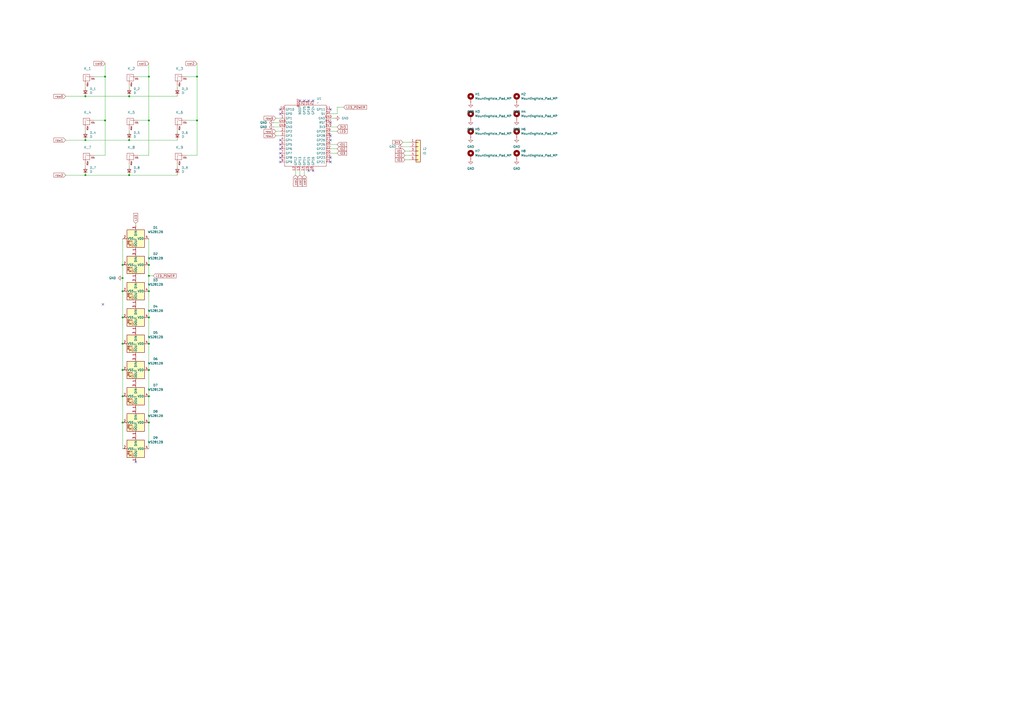
<source format=kicad_sch>
(kicad_sch (version 20250114) (generator "eeschema") (generator_version "9.0")
  (paper "A2")
  (lib_symbols
    (symbol "Connector_Generic:Conn_01x05" (pin_names (offset 1.016) (hide yes))
      (property "Reference" "J" (at 0 7.62 0))
      (property "Value" "Conn_01x05" (at 0 -7.62 0))
      (symbol "Conn_01x05_1_1"
        (rectangle (start -1.27 6.35) (end 1.27 -6.35) (stroke (width 0.254)) (fill (type background)))
        (rectangle (start -1.27 5.207) (end 0 4.953) (stroke (width 0.1524)))
        (rectangle (start -1.27 2.667) (end 0 2.413) (stroke (width 0.1524)))
        (rectangle (start -1.27 0.127) (end 0 -0.127) (stroke (width 0.1524)))
        (rectangle (start -1.27 -2.413) (end 0 -2.667) (stroke (width 0.1524)))
        (rectangle (start -1.27 -4.953) (end 0 -5.207) (stroke (width 0.1524)))
        (pin passive line (at -5.08 5.08 0) (length 3.81) (name "Pin_1") (number "1"))
        (pin passive line (at -5.08 2.54 0) (length 3.81) (name "Pin_2") (number "2"))
        (pin passive line (at -5.08 0 0) (length 3.81) (name "Pin_3") (number "3"))
        (pin passive line (at -5.08 -2.54 0) (length 3.81) (name "Pin_4") (number "4"))
        (pin passive line (at -5.08 -5.08 0) (length 3.81) (name "Pin_5") (number "5"))
      )
    )
    (symbol "Device:D_Small" (pin_numbers (hide yes)) (pin_names (offset 0.254) (hide yes))
      (property "Reference" "D" (at -1.27 2.032 0))
      (property "Value" "D_Small" (at -3.81 -2.032 0))
      (symbol "D_Small_0_1"
        (polyline (pts (xy -0.762 0) (xy 0.762 0)))
        (polyline (pts (xy -0.762 -1.016) (xy -0.762 1.016)) (stroke (width 0.254)))
        (polyline (pts (xy 0.762 -1.016) (xy -0.762 0) (xy 0.762 1.016) (xy 0.762 -1.016)) (stroke (width 0.254)))
      )
      (symbol "D_Small_1_1"
        (pin passive line (at -2.54 0 0) (length 1.778) (name "K") (number "1"))
        (pin passive line (at 2.54 0 180) (length 1.778) (name "A") (number "2"))
      )
    )
    (symbol "LED:SK6812MINI" (pin_names (offset 0.254))
      (property "Reference" "D" (at 5.08 5.715 0))
      (property "Value" "SK6812MINI" (at 1.27 -5.715 0))
      (symbol "SK6812MINI_0_0"
        (text "RGB" (at 2.286 -4.191 0) (effects (font (size 0.762 0.762))))
      )
      (symbol "SK6812MINI_0_1"
        (polyline (pts (xy 1.27 -2.54) (xy 1.778 -2.54)))
        (polyline (pts (xy 1.27 -3.556) (xy 1.778 -3.556)))
        (polyline (pts (xy 2.286 -1.524) (xy 1.27 -2.54) (xy 1.27 -2.032)))
        (polyline (pts (xy 2.286 -2.54) (xy 1.27 -3.556) (xy 1.27 -3.048)))
        (polyline (pts (xy 3.683 -1.016) (xy 3.683 -3.556) (xy 3.683 -4.064)))
        (polyline (pts (xy 4.699 -1.524) (xy 2.667 -1.524) (xy 3.683 -3.556) (xy 4.699 -1.524)))
        (polyline (pts (xy 4.699 -3.556) (xy 2.667 -3.556)))
        (rectangle (start 5.08 5.08) (end -5.08 -5.08) (stroke (width 0.254)) (fill (type background)))
      )
      (symbol "SK6812MINI_1_1"
        (pin input line (at -7.62 0 0) (length 2.54) (name "DIN") (number "3"))
        (pin power_in line (at 0 7.62 270) (length 2.54) (name "VDD") (number "4"))
        (pin power_in line (at 0 -7.62 90) (length 2.54) (name "VSS") (number "2"))
        (pin output line (at 7.62 0 180) (length 2.54) (name "DOUT") (number "1"))
      )
    )
    (symbol "MX_Alps_Hybrid:MX-NoLED" (pin_names (offset 1.016))
      (property "Reference" "MX" (at -0.635 3.81 0))
      (property "Value" "MX-NoLED" (at -0.635 1.27 0))
      (symbol "MX-NoLED_0_0"
        (rectangle (start -2.54 2.54) (end 1.27 -1.27))
        (polyline (pts (xy -1.27 -1.27) (xy -1.27 1.27)) (stroke (width 0.127)))
        (polyline (pts (xy 1.27 1.27) (xy 0 1.27) (xy -1.27 1.905)) (stroke (width 0.127)))
        (text "ROW" (at 0 -1.905 900) (effects (font (size 0.762 0.762)) (justify right)))
        (text "COL" (at 3.175 0 0) (effects (font (size 0.762 0.762))))
      )
      (symbol "MX-NoLED_1_1"
        (pin passive line (at -1.27 -3.81 90) (length 2.54) (name "ROW") (number "2"))
        (pin passive line (at 3.81 1.27 180) (length 2.54) (name "COL") (number "1"))
      )
    )
    (symbol "Mechanical:MountingHole_Pad" (pin_numbers (hide yes)) (pin_names (offset 1.016) (hide yes)) (exclude_from_sim yes) (in_bom no)
      (property "Reference" "H" (at 0 6.35 0))
      (property "Value" "MountingHole_Pad" (at 0 4.445 0))
      (symbol "MountingHole_Pad_0_1"
        (circle (center 0 1.27) (radius 1.27) (stroke (width 1.27)))
      )
      (symbol "MountingHole_Pad_1_1"
        (pin input line (at 0 -2.54 90) (length 2.54) (name "1") (number "1"))
      )
    )
    (symbol "RP2040 pro micro:pro_micro_rp2040"
      (property "Reference" "U" (at 0 1.27 0))
      (symbol "pro_micro_rp2040_0_1"
        (rectangle (start -11.43 17.78) (end 12.7 -17.78))
      )
      (symbol "pro_micro_rp2040_1_1"
        (pin bidirectional line (at -13.97 15.24 0) (length 2.54) (name "GP10") (number "10"))
        (pin bidirectional line (at -13.97 12.7 0) (length 2.54) (name "GP0") (number "0"))
        (pin bidirectional line (at -13.97 10.16 0) (length 2.54) (name "GP1") (number "1"))
        (pin unspecified line (at -13.97 7.62 0) (length 2.54) (name "GND") (number "GND"))
        (pin unspecified line (at -13.97 5.08 0) (length 2.54) (name "GND") (number "GND"))
        (pin bidirectional line (at -13.97 2.54 0) (length 2.54) (name "GP2") (number "2"))
        (pin bidirectional line (at -13.97 0 0) (length 2.54) (name "GP3") (number "3"))
        (pin bidirectional line (at -13.97 -2.54 0) (length 2.54) (name "GP4") (number "4"))
        (pin bidirectional line (at -13.97 -5.08 0) (length 2.54) (name "GP5") (number "5"))
        (pin bidirectional line (at -13.97 -7.62 0) (length 2.54) (name "GP6") (number "6"))
        (pin bidirectional line (at -13.97 -10.16 0) (length 2.54) (name "GP7") (number "7"))
        (pin bidirectional line (at -13.97 -12.7 0) (length 2.54) (name "GP8") (number "8"))
        (pin bidirectional line (at -13.97 -15.24 0) (length 2.54) (name "GP9") (number "9"))
        (pin bidirectional line (at -5.08 -20.32 90) (length 2.54) (name "GP12") (number "12"))
        (pin unspecified line (at -2.54 20.32 270) (length 2.54) (name "BOOT") (number "BOOT"))
        (pin bidirectional line (at -2.54 -20.32 90) (length 2.54) (name "GP13") (number "13"))
        (pin unspecified line (at 0 20.32 270) (length 2.54) (name "GP25") (number "25"))
        (pin bidirectional line (at 0 -20.32 90) (length 2.54) (name "GP14") (number "14"))
        (pin unspecified line (at 2.54 20.32 270) (length 2.54) (name "GP18") (number "18"))
        (pin bidirectional line (at 2.54 -20.32 90) (length 2.54) (name "GP15") (number "15"))
        (pin unspecified line (at 5.08 20.32 270) (length 2.54) (name "GP24") (number "24"))
        (pin bidirectional line (at 5.08 -20.32 90) (length 2.54) (name "GP16") (number "16"))
        (pin bidirectional line (at 15.24 15.24 180) (length 2.54) (name "GP11") (number "11"))
        (pin unspecified line (at 15.24 12.7 180) (length 2.54) (name "5V") (number "5V"))
        (pin unspecified line (at 15.24 10.16 180) (length 2.54) (name "GND") (number "GND"))
        (pin unspecified line (at 15.24 7.62 180) (length 2.54) (name "RST") (number "RST"))
        (pin unspecified line (at 15.24 5.08 180) (length 2.54) (name "3V3") (number "3V3"))
        (pin bidirectional line (at 15.24 2.54 180) (length 2.54) (name "GP29") (number "29"))
        (pin bidirectional line (at 15.24 0 180) (length 2.54) (name "GP28") (number "28"))
        (pin bidirectional line (at 15.24 -2.54 180) (length 2.54) (name "GP26") (number "27"))
        (pin bidirectional line (at 15.24 -5.08 180) (length 2.54) (name "GP26") (number "26"))
        (pin bidirectional line (at 15.24 -7.62 180) (length 2.54) (name "GP22") (number "22"))
        (pin bidirectional line (at 15.24 -10.16 180) (length 2.54) (name "GP20") (number "20"))
        (pin bidirectional line (at 15.24 -12.7 180) (length 2.54) (name "GP23") (number "23"))
        (pin bidirectional line (at 15.24 -15.24 180) (length 2.54) (name "GP21") (number "21"))
      )
    )
    (symbol "power:GND" (power) (pin_numbers (hide yes)) (pin_names (offset 0) (hide yes))
      (property "Value" "GND" (at 0 -3.81 0))
      (symbol "GND_0_1"
        (polyline (pts (xy 0 0) (xy 0 -1.27) (xy 1.27 -1.27) (xy 0 -2.54) (xy -1.27 -1.27) (xy 0 -1.27)))
      )
      (symbol "GND_1_1"
        (pin power_in line (at 0 0 270) (length 0) (name "~") (number "1"))
      )
    )
  )
  (junction (at 114.3 69.85))
  (junction (at 86.36 44.45))
  (junction (at 86.36 245.11))
  (junction (at 71.12 161.29))
  (junction (at 49.53 55.88))
  (junction (at 86.36 214.63))
  (junction (at 74.93 55.88))
  (junction (at 60.96 69.85))
  (junction (at 86.36 69.85))
  (junction (at 86.36 229.87))
  (junction (at 71.12 168.91))
  (junction (at 71.12 153.67))
  (junction (at 71.12 245.11))
  (junction (at 114.3 44.45))
  (junction (at 74.93 81.28))
  (junction (at 71.12 214.63))
  (junction (at 86.36 153.67))
  (junction (at 71.12 229.87))
  (junction (at 86.36 168.91))
  (junction (at 74.93 101.6))
  (junction (at 60.96 44.45))
  (junction (at 71.12 199.39))
  (junction (at 71.12 184.15))
  (junction (at 49.53 101.6))
  (junction (at 49.53 81.28))
  (junction (at 86.36 199.39))
  (junction (at 86.36 184.15))
  (junction (at 86.36 160.02))
  (no_connect (at 179.07 58.42))
  (no_connect (at 162.56 83.82))
  (no_connect (at 59.69 176.53))
  (no_connect (at 173.99 58.42))
  (no_connect (at 162.56 63.5))
  (no_connect (at 181.61 58.42))
  (no_connect (at 162.56 66.04))
  (no_connect (at 191.77 81.28))
  (no_connect (at 179.07 99.06))
  (no_connect (at 162.56 81.28))
  (no_connect (at 162.56 86.36))
  (no_connect (at 78.74 267.97))
  (no_connect (at 191.77 63.5))
  (no_connect (at 191.77 91.44))
  (no_connect (at 181.61 99.06))
  (no_connect (at 162.56 88.9))
  (no_connect (at 191.77 71.12))
  (no_connect (at 191.77 78.74))
  (no_connect (at 162.56 93.98))
  (no_connect (at 191.77 93.98))
  (no_connect (at 162.56 91.44))
  (no_connect (at 176.53 58.42))
  (wire (pts (xy 49.53 101.6) (xy 74.93 101.6)))
  (wire (pts (xy 49.53 55.88) (xy 74.93 55.88)))
  (wire (pts (xy 195.58 62.23) (xy 195.58 66.04)))
  (wire (pts (xy 107.95 69.85) (xy 114.3 69.85)))
  (wire (pts (xy 60.96 69.85) (xy 60.96 90.17)))
  (wire (pts (xy 86.36 138.43) (xy 86.36 153.67)))
  (wire (pts (xy 49.53 81.28) (xy 74.93 81.28)))
  (wire (pts (xy 38.1 55.88) (xy 49.53 55.88)))
  (wire (pts (xy 158.75 73.66) (xy 162.56 73.66)))
  (wire (pts (xy 86.36 160.02) (xy 88.9 160.02)))
  (wire (pts (xy 71.12 168.91) (xy 71.12 184.15)))
  (wire (pts (xy 160.02 68.58) (xy 162.56 68.58)))
  (wire (pts (xy 160.02 78.74) (xy 162.56 78.74)))
  (wire (pts (xy 86.36 36.83) (xy 86.36 44.45)))
  (wire (pts (xy 107.95 44.45) (xy 114.3 44.45)))
  (wire (pts (xy 86.36 245.11) (xy 86.36 260.35)))
  (wire (pts (xy 71.12 214.63) (xy 71.12 229.87)))
  (wire (pts (xy 114.3 36.83) (xy 114.3 44.45)))
  (wire (pts (xy 54.61 69.85) (xy 60.96 69.85)))
  (wire (pts (xy 102.87 74.93) (xy 102.87 76.2)))
  (wire (pts (xy 49.53 49.53) (xy 49.53 50.8)))
  (wire (pts (xy 233.68 85.09) (xy 237.49 85.09)))
  (wire (pts (xy 176.53 99.06) (xy 176.53 101.6)))
  (wire (pts (xy 114.3 69.85) (xy 114.3 90.17)))
  (wire (pts (xy 71.12 229.87) (xy 71.12 245.11)))
  (wire (pts (xy 80.01 44.45) (xy 86.36 44.45)))
  (wire (pts (xy 160.02 76.2) (xy 162.56 76.2)))
  (wire (pts (xy 38.1 81.28) (xy 49.53 81.28)))
  (wire (pts (xy 74.93 81.28) (xy 102.87 81.28)))
  (wire (pts (xy 86.36 229.87) (xy 86.36 245.11)))
  (wire (pts (xy 71.12 245.11) (xy 71.12 260.35)))
  (wire (pts (xy 234.95 92.71) (xy 237.49 92.71)))
  (wire (pts (xy 86.36 44.45) (xy 86.36 69.85)))
  (wire (pts (xy 49.53 74.93) (xy 49.53 76.2)))
  (wire (pts (xy 74.93 49.53) (xy 74.93 50.8)))
  (wire (pts (xy 234.95 87.63) (xy 237.49 87.63)))
  (wire (pts (xy 71.12 199.39) (xy 71.12 214.63)))
  (wire (pts (xy 80.01 90.17) (xy 86.36 90.17)))
  (wire (pts (xy 86.36 160.02) (xy 86.36 168.91)))
  (wire (pts (xy 191.77 73.66) (xy 195.58 73.66)))
  (wire (pts (xy 54.61 90.17) (xy 60.96 90.17)))
  (wire (pts (xy 86.36 69.85) (xy 86.36 90.17)))
  (wire (pts (xy 114.3 44.45) (xy 114.3 69.85)))
  (wire (pts (xy 74.93 101.6) (xy 102.87 101.6)))
  (wire (pts (xy 191.77 88.9) (xy 195.58 88.9)))
  (wire (pts (xy 195.58 62.23) (xy 199.39 62.23)))
  (wire (pts (xy 74.93 55.88) (xy 102.87 55.88)))
  (wire (pts (xy 86.36 199.39) (xy 86.36 214.63)))
  (wire (pts (xy 60.96 44.45) (xy 60.96 69.85)))
  (wire (pts (xy 107.95 90.17) (xy 114.3 90.17)))
  (wire (pts (xy 71.12 153.67) (xy 71.12 161.29)))
  (wire (pts (xy 191.77 86.36) (xy 195.58 86.36)))
  (wire (pts (xy 191.77 68.58) (xy 194.31 68.58)))
  (wire (pts (xy 191.77 83.82) (xy 195.58 83.82)))
  (wire (pts (xy 54.61 44.45) (xy 60.96 44.45)))
  (wire (pts (xy 60.96 36.83) (xy 60.96 44.45)))
  (wire (pts (xy 233.68 82.55) (xy 237.49 82.55)))
  (wire (pts (xy 102.87 49.53) (xy 102.87 50.8)))
  (wire (pts (xy 86.36 153.67) (xy 86.36 160.02)))
  (wire (pts (xy 86.36 168.91) (xy 86.36 184.15)))
  (wire (pts (xy 71.12 138.43) (xy 71.12 153.67)))
  (wire (pts (xy 234.95 90.17) (xy 237.49 90.17)))
  (wire (pts (xy 74.93 74.93) (xy 74.93 76.2)))
  (wire (pts (xy 158.75 71.12) (xy 162.56 71.12)))
  (wire (pts (xy 74.93 95.25) (xy 74.93 96.52)))
  (wire (pts (xy 86.36 214.63) (xy 86.36 229.87)))
  (wire (pts (xy 86.36 184.15) (xy 86.36 199.39)))
  (wire (pts (xy 49.53 95.25) (xy 49.53 96.52)))
  (wire (pts (xy 71.12 184.15) (xy 71.12 199.39)))
  (wire (pts (xy 38.1 101.6) (xy 49.53 101.6)))
  (wire (pts (xy 78.74 129.54) (xy 78.74 130.81)))
  (wire (pts (xy 102.87 95.25) (xy 102.87 96.52)))
  (wire (pts (xy 171.45 99.06) (xy 171.45 101.6)))
  (wire (pts (xy 191.77 76.2) (xy 195.58 76.2)))
  (wire (pts (xy 195.58 66.04) (xy 191.77 66.04)))
  (wire (pts (xy 80.01 69.85) (xy 86.36 69.85)))
  (wire (pts (xy 173.99 99.06) (xy 173.99 101.6)))
  (wire (pts (xy 71.12 161.29) (xy 71.12 168.91)))
  (global_label "row0" (shape input) (at 38.1 55.88 180) (property "Intersheetrefs" "${INTERSHEET_REFS}" (effects (hide yes))))
  (global_label "3V3" (shape input) (at 195.58 73.66 0) (property "Intersheetrefs" "${INTERSHEET_REFS}" (effects (hide yes))))
  (global_label "row0" (shape input) (at 160.02 68.58 180) (property "Intersheetrefs" "${INTERSHEET_REFS}" (effects (hide yes))))
  (global_label "IO3" (shape input) (at 195.58 88.9 0) (property "Intersheetrefs" "${INTERSHEET_REFS}" (effects (hide yes))))
  (global_label "IO3" (shape input) (at 234.95 92.71 180) (property "Intersheetrefs" "${INTERSHEET_REFS}" (effects (hide yes))))
  (global_label "col2" (shape input) (at 114.3 36.83 180) (property "Intersheetrefs" "${INTERSHEET_REFS}" (effects (hide yes))))
  (global_label "col0" (shape input) (at 176.53 101.6 270) (property "Intersheetrefs" "${INTERSHEET_REFS}" (effects (hide yes))))
  (global_label "LED_POWER" (shape input) (at 199.39 62.23 0) (property "Intersheetrefs" "${INTERSHEET_REFS}" (effects (hide yes))))
  (global_label "IO1" (shape input) (at 234.95 87.63 180) (property "Intersheetrefs" "${INTERSHEET_REFS}" (effects (hide yes))))
  (global_label "IO2" (shape input) (at 195.58 86.36 0) (property "Intersheetrefs" "${INTERSHEET_REFS}" (effects (hide yes))))
  (global_label "col2" (shape input) (at 171.45 101.6 270) (property "Intersheetrefs" "${INTERSHEET_REFS}" (effects (hide yes))))
  (global_label "IO2" (shape input) (at 234.95 90.17 180) (property "Intersheetrefs" "${INTERSHEET_REFS}" (effects (hide yes))))
  (global_label "LED" (shape input) (at 195.58 76.2 0) (property "Intersheetrefs" "${INTERSHEET_REFS}" (effects (hide yes))))
  (global_label "col0" (shape input) (at 60.96 36.83 180) (property "Intersheetrefs" "${INTERSHEET_REFS}" (effects (hide yes))))
  (global_label "row1" (shape input) (at 160.02 76.2 180) (property "Intersheetrefs" "${INTERSHEET_REFS}" (effects (hide yes))))
  (global_label "3V3" (shape input) (at 233.68 82.55 180) (property "Intersheetrefs" "${INTERSHEET_REFS}" (effects (hide yes))))
  (global_label "IO1" (shape input) (at 195.58 83.82 0) (property "Intersheetrefs" "${INTERSHEET_REFS}" (effects (hide yes))))
  (global_label "row2" (shape input) (at 160.02 78.74 180) (property "Intersheetrefs" "${INTERSHEET_REFS}" (effects (hide yes))))
  (global_label "col1" (shape input) (at 86.36 36.83 180) (property "Intersheetrefs" "${INTERSHEET_REFS}" (effects (hide yes))))
  (global_label "row2" (shape input) (at 38.1 101.6 180) (property "Intersheetrefs" "${INTERSHEET_REFS}" (effects (hide yes))))
  (global_label "col1" (shape input) (at 173.99 101.6 270) (property "Intersheetrefs" "${INTERSHEET_REFS}" (effects (hide yes))))
  (global_label "LED_POWER" (shape input) (at 88.9 160.02 0) (property "Intersheetrefs" "${INTERSHEET_REFS}" (effects (hide yes))))
  (global_label "LED" (shape input) (at 78.74 129.54 90) (property "Intersheetrefs" "${INTERSHEET_REFS}" (effects (hide yes))))
  (global_label "row1" (shape input) (at 38.1 81.28 180) (property "Intersheetrefs" "${INTERSHEET_REFS}" (effects (hide yes))))
  (symbol (lib_id "Device:D_Small") (at 49.53 53.34 90) (unit 1)
    (property "Reference" "D_1" (at 52.07 51.562 90) (effects (justify right)))
    (property "Value" "D" (at 52.07 53.848 90) (effects (justify right)))
    (property "Footprint" "EUK:D_DO-35_SOD27_P7.62mm_Horizontal" (effects (hide yes)))
  )
  (symbol (lib_id "MX_Alps_Hybrid:MX-NoLED") (at 50.8 45.72 0) (unit 1)
    (property "Reference" "K_1" (at 50.8 39.8018 0) (effects (font (size 1.524 1.524))))
    (property "Value" "KEYSW" (effects (hide yes)))
    (property "Footprint" "EUK:Kailh_socket_MX" (effects (hide yes)))
  )
  (symbol (lib_id "Device:D_Small") (at 74.93 53.34 90) (unit 1)
    (property "Reference" "D_2" (at 77.47 51.562 90) (effects (justify right)))
    (property "Value" "D" (at 77.47 53.848 90) (effects (justify right)))
    (property "Footprint" "EUK:D_DO-35_SOD27_P7.62mm_Horizontal" (effects (hide yes)))
  )
  (symbol (lib_id "MX_Alps_Hybrid:MX-NoLED") (at 76.2 45.72 0) (unit 1)
    (property "Reference" "K_2" (at 76.2 39.8018 0) (effects (font (size 1.524 1.524))))
    (property "Value" "KEYSW" (effects (hide yes)))
    (property "Footprint" "EUK:Kailh_socket_MX" (effects (hide yes)))
  )
  (symbol (lib_id "Device:D_Small") (at 49.53 78.74 90) (unit 1)
    (property "Reference" "D_4" (at 52.07 76.962 90) (effects (justify right)))
    (property "Value" "D" (at 52.07 79.248 90) (effects (justify right)))
    (property "Footprint" "EUK:D_DO-35_SOD27_P7.62mm_Horizontal" (effects (hide yes)))
  )
  (symbol (lib_id "MX_Alps_Hybrid:MX-NoLED") (at 50.8 71.12 0) (unit 1)
    (property "Reference" "K_4" (at 50.8 65.2018 0) (effects (font (size 1.524 1.524))))
    (property "Value" "KEYSW" (effects (hide yes)))
    (property "Footprint" "EUK:Kailh_socket_MX" (effects (hide yes)))
  )
  (symbol (lib_id "Device:D_Small") (at 74.93 78.74 90) (unit 1)
    (property "Reference" "D_5" (at 77.47 76.962 90) (effects (justify right)))
    (property "Value" "D" (at 77.47 79.248 90) (effects (justify right)))
    (property "Footprint" "EUK:D_DO-35_SOD27_P7.62mm_Horizontal" (effects (hide yes)))
  )
  (symbol (lib_id "MX_Alps_Hybrid:MX-NoLED") (at 76.2 71.12 0) (unit 1)
    (property "Reference" "K_5" (at 76.2 65.2018 0) (effects (font (size 1.524 1.524))))
    (property "Value" "KEYSW" (effects (hide yes)))
    (property "Footprint" "EUK:Kailh_socket_MX" (effects (hide yes)))
  )
  (symbol (lib_id "Connector_Generic:Conn_01x05") (at 242.57 87.63 0) (unit 1)
    (property "Reference" "J2" (at 245.11 86.3599 0) (effects (justify left)))
    (property "Value" "IO" (at 245.11 88.8999 0) (effects (justify left)))
    (property "Footprint" "Connector_PinHeader_2.54mm:PinHeader_1x05_P2.54mm_Vertical" (effects (hide yes)))
    (property "Description" "Generic connector, single row, 01x05, script generated (kicad-library-utils/schlib/autogen/connector/)" (effects (hide yes)))
  )
  (symbol (lib_id "LED:SK6812MINI") (at 78.74 153.67 270) (unit 1)
    (property "Reference" "D2" (at 90.17 147.2498 90))
    (property "Value" "WS2812B" (at 90.17 149.7898 90))
    (property "Footprint" "EUK:SK6812-MINI-E" (effects (hide yes)))
    (property "Datasheet" "https://cdn-shop.adafruit.com/product-files/2686/SK6812MINI_REV.01-1-2.pdf" (effects (hide yes)))
    (property "Description" "RGB LED with integrated controller" (effects (hide yes)))
  )
  (symbol (lib_id "Device:D_Small") (at 74.93 99.06 90) (unit 1)
    (property "Reference" "D_8" (at 77.47 97.282 90) (effects (justify right)))
    (property "Value" "D" (at 77.47 99.568 90) (effects (justify right)))
    (property "Footprint" "EUK:D_DO-35_SOD27_P7.62mm_Horizontal" (effects (hide yes)))
  )
  (symbol (lib_id "Device:D_Small") (at 49.53 99.06 90) (unit 1)
    (property "Reference" "D_7" (at 52.07 97.282 90) (effects (justify right)))
    (property "Value" "D" (at 52.07 99.568 90) (effects (justify right)))
    (property "Footprint" "EUK:D_DO-35_SOD27_P7.62mm_Horizontal" (effects (hide yes)))
  )
  (symbol (lib_id "power:GND") (at 299.72 92.71 0) (unit 1)
    (property "Reference" "#PWR017" (effects (hide yes)))
    (property "Value" "GND" (at 299.72 97.79 0))
    (property "Description" "Power symbol creates a global label with name \"GND\" , ground" (effects (hide yes)))
  )
  (symbol (lib_id "MX_Alps_Hybrid:MX-NoLED") (at 76.2 91.44 0) (unit 1)
    (property "Reference" "K_8" (at 76.2 85.5218 0) (effects (font (size 1.524 1.524))))
    (property "Value" "KEYSW" (effects (hide yes)))
    (property "Footprint" "EUK:Kailh_socket_MX" (effects (hide yes)))
  )
  (symbol (lib_id "power:GND") (at 233.68 85.09 270) (unit 1)
    (property "Reference" "#PWR08" (effects (hide yes)))
    (property "Value" "GND" (at 229.87 85.0899 90) (effects (justify right)))
    (property "Description" "Power symbol creates a global label with name \"GND\" , ground" (effects (hide yes)))
  )
  (symbol (lib_id "power:GND") (at 299.72 69.85 0) (unit 1)
    (property "Reference" "#PWR014" (effects (hide yes)))
    (property "Value" "GND" (at 299.72 74.93 0))
    (property "Description" "Power symbol creates a global label with name \"GND\" , ground" (effects (hide yes)))
  )
  (symbol (lib_id "Device:D_Small") (at 102.87 78.74 90) (unit 1)
    (property "Reference" "D_6" (at 105.41 76.962 90) (effects (justify right)))
    (property "Value" "D" (at 105.41 79.248 90) (effects (justify right)))
    (property "Footprint" "EUK:D_DO-35_SOD27_P7.62mm_Horizontal" (effects (hide yes)))
  )
  (symbol (lib_id "power:GND") (at 158.75 71.12 270) (unit 1)
    (property "Reference" "#PWR06" (effects (hide yes)))
    (property "Value" "GND" (at 154.94 71.1199 90) (effects (justify right)))
    (property "Description" "Power symbol creates a global label with name \"GND\" , ground" (effects (hide yes)))
  )
  (symbol (lib_id "LED:SK6812MINI") (at 78.74 260.35 270) (unit 1)
    (property "Reference" "D9" (at 90.17 253.9298 90))
    (property "Value" "WS2812B" (at 90.17 256.4698 90))
    (property "Footprint" "EUK:SK6812-MINI-E" (effects (hide yes)))
    (property "Datasheet" "https://cdn-shop.adafruit.com/product-files/2686/SK6812MINI_REV.01-1-2.pdf" (effects (hide yes)))
    (property "Description" "RGB LED with integrated controller" (effects (hide yes)))
  )
  (symbol (lib_id "Mechanical:MountingHole_Pad") (at 273.05 90.17 0) (unit 1) (in_bom no)
    (property "Reference" "H7" (at 275.59 87.6299 0) (effects (justify left)))
    (property "Value" "MountingHole_Pad_MP" (at 275.59 90.1699 0) (effects (justify left)))
    (property "Footprint" "MountingHole:MountingHole_2.2mm_M2_DIN965_Pad" (effects (hide yes)))
    (property "Description" "Mounting Hole with connection" (effects (hide yes)))
  )
  (symbol (lib_id "LED:SK6812MINI") (at 78.74 214.63 270) (unit 1)
    (property "Reference" "D6" (at 90.17 208.2098 90))
    (property "Value" "WS2812B" (at 90.17 210.7498 90))
    (property "Footprint" "EUK:SK6812-MINI-E" (effects (hide yes)))
    (property "Datasheet" "https://cdn-shop.adafruit.com/product-files/2686/SK6812MINI_REV.01-1-2.pdf" (effects (hide yes)))
    (property "Description" "RGB LED with integrated controller" (effects (hide yes)))
  )
  (symbol (lib_id "power:GND") (at 273.05 69.85 0) (unit 1)
    (property "Reference" "#PWR011" (effects (hide yes)))
    (property "Value" "GND" (at 273.05 74.93 0))
    (property "Description" "Power symbol creates a global label with name \"GND\" , ground" (effects (hide yes)))
  )
  (symbol (lib_id "Mechanical:MountingHole_Pad") (at 299.72 67.31 0) (unit 1) (in_bom no)
    (property "Reference" "H4" (at 302.26 64.7699 0) (effects (justify left)))
    (property "Value" "MountingHole_Pad_MP" (at 302.26 67.3099 0) (effects (justify left)))
    (property "Footprint" "MountingHole:MountingHole_2.2mm_M2_DIN965_Pad" (effects (hide yes)))
    (property "Description" "Mounting Hole with connection" (effects (hide yes)))
  )
  (symbol (lib_id "power:GND") (at 273.05 80.01 0) (unit 1)
    (property "Reference" "#PWR012" (effects (hide yes)))
    (property "Value" "GND" (at 273.05 85.09 0))
    (property "Description" "Power symbol creates a global label with name \"GND\" , ground" (effects (hide yes)))
  )
  (symbol (lib_id "power:GND") (at 194.31 68.58 90) (unit 1)
    (property "Reference" "#PWR07" (effects (hide yes)))
    (property "Value" "GND" (at 198.12 68.5799 90) (effects (justify right)))
    (property "Description" "Power symbol creates a global label with name \"GND\" , ground" (effects (hide yes)))
  )
  (symbol (lib_id "power:GND") (at 299.72 80.01 0) (unit 1)
    (property "Reference" "#PWR013" (effects (hide yes)))
    (property "Value" "GND" (at 299.72 85.09 0))
    (property "Description" "Power symbol creates a global label with name \"GND\" , ground" (effects (hide yes)))
  )
  (symbol (lib_id "Mechanical:MountingHole_Pad") (at 273.05 57.15 0) (unit 1) (in_bom no)
    (property "Reference" "H1" (at 275.59 54.6099 0) (effects (justify left)))
    (property "Value" "MountingHole_Pad_MP" (at 275.59 57.1499 0) (effects (justify left)))
    (property "Footprint" "MountingHole:MountingHole_2.2mm_M2_DIN965_Pad" (effects (hide yes)))
    (property "Description" "Mounting Hole with connection" (effects (hide yes)))
  )
  (symbol (lib_id "Mechanical:MountingHole_Pad") (at 299.72 77.47 0) (unit 1) (in_bom no)
    (property "Reference" "H6" (at 302.26 74.9299 0) (effects (justify left)))
    (property "Value" "MountingHole_Pad_MP" (at 302.26 77.4699 0) (effects (justify left)))
    (property "Footprint" "MountingHole:MountingHole_2.2mm_M2_DIN965_Pad" (effects (hide yes)))
    (property "Description" "Mounting Hole with connection" (effects (hide yes)))
  )
  (symbol (lib_id "Mechanical:MountingHole_Pad") (at 299.72 90.17 0) (unit 1) (in_bom no)
    (property "Reference" "H8" (at 302.26 87.6299 0) (effects (justify left)))
    (property "Value" "MountingHole_Pad_MP" (at 302.26 90.1699 0) (effects (justify left)))
    (property "Footprint" "MountingHole:MountingHole_2.2mm_M2_DIN965_Pad" (effects (hide yes)))
    (property "Description" "Mounting Hole with connection" (effects (hide yes)))
  )
  (symbol (lib_id "power:GND") (at 273.05 59.69 0) (unit 1)
    (property "Reference" "#PWR010" (effects (hide yes)))
    (property "Value" "GND" (at 273.05 64.77 0))
    (property "Description" "Power symbol creates a global label with name \"GND\" , ground" (effects (hide yes)))
  )
  (symbol (lib_id "power:GND") (at 299.72 59.69 0) (unit 1)
    (property "Reference" "#PWR015" (effects (hide yes)))
    (property "Value" "GND" (at 299.72 64.77 0))
    (property "Description" "Power symbol creates a global label with name \"GND\" , ground" (effects (hide yes)))
  )
  (symbol (lib_id "LED:SK6812MINI") (at 78.74 138.43 270) (unit 1)
    (property "Reference" "D1" (at 90.17 132.0098 90))
    (property "Value" "WS2812B" (at 90.17 134.5498 90))
    (property "Footprint" "EUK:SK6812-MINI-E" (effects (hide yes)))
    (property "Datasheet" "https://cdn-shop.adafruit.com/product-files/2686/SK6812MINI_REV.01-1-2.pdf" (effects (hide yes)))
    (property "Description" "RGB LED with integrated controller" (effects (hide yes)))
  )
  (symbol (lib_id "MX_Alps_Hybrid:MX-NoLED") (at 104.14 45.72 0) (unit 1)
    (property "Reference" "K_3" (at 104.14 39.8018 0) (effects (font (size 1.524 1.524))))
    (property "Value" "KEYSW" (effects (hide yes)))
    (property "Footprint" "EUK:Kailh_socket_MX" (effects (hide yes)))
  )
  (symbol (lib_id "power:GND") (at 71.12 161.29 270) (unit 1)
    (property "Reference" "#PWR01" (effects (hide yes)))
    (property "Value" "GND" (at 67.31 161.2899 90) (effects (justify right)))
    (property "Description" "Power symbol creates a global label with name \"GND\" , ground" (effects (hide yes)))
  )
  (symbol (lib_id "LED:SK6812MINI") (at 78.74 245.11 270) (unit 1)
    (property "Reference" "D8" (at 90.17 238.6898 90))
    (property "Value" "WS2812B" (at 90.17 241.2298 90))
    (property "Footprint" "EUK:SK6812-MINI-E" (effects (hide yes)))
    (property "Datasheet" "https://cdn-shop.adafruit.com/product-files/2686/SK6812MINI_REV.01-1-2.pdf" (effects (hide yes)))
    (property "Description" "RGB LED with integrated controller" (effects (hide yes)))
  )
  (symbol (lib_id "LED:SK6812MINI") (at 78.74 229.87 270) (unit 1)
    (property "Reference" "D7" (at 90.17 223.4498 90))
    (property "Value" "WS2812B" (at 90.17 225.9898 90))
    (property "Footprint" "EUK:SK6812-MINI-E" (effects (hide yes)))
    (property "Datasheet" "https://cdn-shop.adafruit.com/product-files/2686/SK6812MINI_REV.01-1-2.pdf" (effects (hide yes)))
    (property "Description" "RGB LED with integrated controller" (effects (hide yes)))
  )
  (symbol (lib_id "power:GND") (at 273.05 92.71 0) (unit 1)
    (property "Reference" "#PWR016" (effects (hide yes)))
    (property "Value" "GND" (at 273.05 97.79 0))
    (property "Description" "Power symbol creates a global label with name \"GND\" , ground" (effects (hide yes)))
  )
  (symbol (lib_id "Mechanical:MountingHole_Pad") (at 273.05 77.47 0) (unit 1) (in_bom no)
    (property "Reference" "H5" (at 275.59 74.9299 0) (effects (justify left)))
    (property "Value" "MountingHole_Pad_MP" (at 275.59 77.4699 0) (effects (justify left)))
    (property "Footprint" "MountingHole:MountingHole_2.2mm_M2_DIN965_Pad" (effects (hide yes)))
    (property "Description" "Mounting Hole with connection" (effects (hide yes)))
  )
  (symbol (lib_id "LED:SK6812MINI") (at 78.74 184.15 270) (unit 1)
    (property "Reference" "D4" (at 90.17 177.7298 90))
    (property "Value" "WS2812B" (at 90.17 180.2698 90))
    (property "Footprint" "EUK:SK6812-MINI-E" (effects (hide yes)))
    (property "Datasheet" "https://cdn-shop.adafruit.com/product-files/2686/SK6812MINI_REV.01-1-2.pdf" (effects (hide yes)))
    (property "Description" "RGB LED with integrated controller" (effects (hide yes)))
  )
  (symbol (lib_id "Device:D_Small") (at 102.87 99.06 90) (unit 1)
    (property "Reference" "D_9" (at 105.41 97.282 90) (effects (justify right)))
    (property "Value" "D" (at 105.41 99.568 90) (effects (justify right)))
    (property "Footprint" "EUK:D_DO-35_SOD27_P7.62mm_Horizontal" (effects (hide yes)))
  )
  (symbol (lib_id "MX_Alps_Hybrid:MX-NoLED") (at 50.8 91.44 0) (unit 1)
    (property "Reference" "K_7" (at 50.8 85.5218 0) (effects (font (size 1.524 1.524))))
    (property "Value" "KEYSW" (effects (hide yes)))
    (property "Footprint" "EUK:Kailh_socket_MX" (effects (hide yes)))
  )
  (symbol (lib_id "power:GND") (at 158.75 73.66 270) (unit 1)
    (property "Reference" "#PWR05" (effects (hide yes)))
    (property "Value" "GND" (at 154.94 73.6599 90) (effects (justify right)))
    (property "Description" "Power symbol creates a global label with name \"GND\" , ground" (effects (hide yes)))
  )
  (symbol (lib_id "LED:SK6812MINI") (at 78.74 199.39 270) (unit 1)
    (property "Reference" "D5" (at 90.17 192.9698 90))
    (property "Value" "WS2812B" (at 90.17 195.5098 90))
    (property "Footprint" "EUK:SK6812-MINI-E" (effects (hide yes)))
    (property "Datasheet" "https://cdn-shop.adafruit.com/product-files/2686/SK6812MINI_REV.01-1-2.pdf" (effects (hide yes)))
    (property "Description" "RGB LED with integrated controller" (effects (hide yes)))
  )
  (symbol (lib_id "Mechanical:MountingHole_Pad") (at 299.72 57.15 0) (unit 1) (in_bom no)
    (property "Reference" "H2" (at 302.26 54.6099 0) (effects (justify left)))
    (property "Value" "MountingHole_Pad_MP" (at 302.26 57.1499 0) (effects (justify left)))
    (property "Footprint" "MountingHole:MountingHole_2.2mm_M2_DIN965_Pad" (effects (hide yes)))
    (property "Description" "Mounting Hole with connection" (effects (hide yes)))
  )
  (symbol (lib_id "Device:D_Small") (at 102.87 53.34 90) (unit 1)
    (property "Reference" "D_3" (at 105.41 51.562 90) (effects (justify right)))
    (property "Value" "D" (at 105.41 53.848 90) (effects (justify right)))
    (property "Footprint" "EUK:D_DO-35_SOD27_P7.62mm_Horizontal" (effects (hide yes)))
  )
  (symbol (lib_id "LED:SK6812MINI") (at 78.74 168.91 270) (unit 1)
    (property "Reference" "D3" (at 90.17 162.4898 90))
    (property "Value" "WS2812B" (at 90.17 165.0298 90))
    (property "Footprint" "EUK:SK6812-MINI-E" (effects (hide yes)))
    (property "Datasheet" "https://cdn-shop.adafruit.com/product-files/2686/SK6812MINI_REV.01-1-2.pdf" (effects (hide yes)))
    (property "Description" "RGB LED with integrated controller" (effects (hide yes)))
  )
  (symbol (lib_id "Mechanical:MountingHole_Pad") (at 273.05 67.31 0) (unit 1) (in_bom no)
    (property "Reference" "H3" (at 275.59 64.7699 0) (effects (justify left)))
    (property "Value" "MountingHole_Pad_MP" (at 275.59 67.3099 0) (effects (justify left)))
    (property "Footprint" "MountingHole:MountingHole_2.2mm_M2_DIN965_Pad" (effects (hide yes)))
    (property "Description" "Mounting Hole with connection" (effects (hide yes)))
  )
  (symbol (lib_id "MX_Alps_Hybrid:MX-NoLED") (at 104.14 71.12 0) (unit 1)
    (property "Reference" "K_6" (at 104.14 65.2018 0) (effects (font (size 1.524 1.524))))
    (property "Value" "KEYSW" (effects (hide yes)))
    (property "Footprint" "EUK:Kailh_socket_MX" (effects (hide yes)))
  )
  (symbol (lib_id "MX_Alps_Hybrid:MX-NoLED") (at 104.14 91.44 0) (unit 1)
    (property "Reference" "K_9" (at 104.14 85.5218 0) (effects (font (size 1.524 1.524))))
    (property "Value" "KEYSW" (effects (hide yes)))
    (property "Footprint" "EUK:Kailh_socket_MX" (effects (hide yes)))
  )
  (symbol (lib_id "RP2040 pro micro:pro_micro_rp2040") (at 176.53 78.74 0) (unit 1)
    (property "Reference" "U1" (at 183.7533 57.15 0) (effects (justify left)))
    (property "Value" "~" (at 183.7533 59.69 0) (effects (justify left)))
    (property "Footprint" "RP2040 pro micro:pro_micro_rp2040" (effects (hide yes)))
  )
)
</source>
